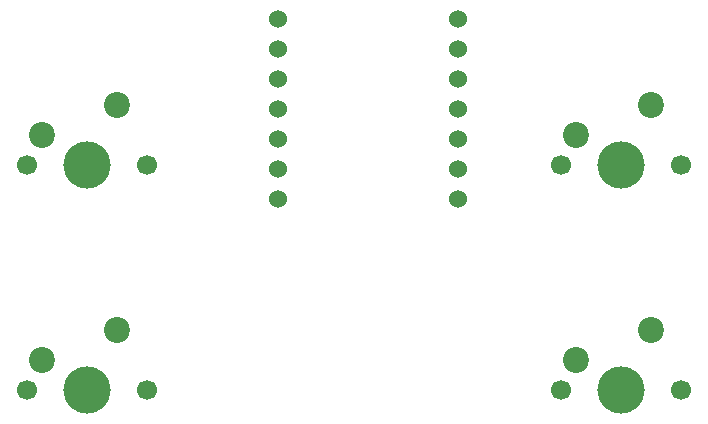
<source format=gbr>
%TF.GenerationSoftware,KiCad,Pcbnew,9.0.2*%
%TF.CreationDate,2025-05-18T21:43:27-07:00*%
%TF.ProjectId,proj,70726f6a-2e6b-4696-9361-645f70636258,rev?*%
%TF.SameCoordinates,Original*%
%TF.FileFunction,Soldermask,Bot*%
%TF.FilePolarity,Negative*%
%FSLAX46Y46*%
G04 Gerber Fmt 4.6, Leading zero omitted, Abs format (unit mm)*
G04 Created by KiCad (PCBNEW 9.0.2) date 2025-05-18 21:43:27*
%MOMM*%
%LPD*%
G01*
G04 APERTURE LIST*
%ADD10C,1.524000*%
%ADD11C,1.700000*%
%ADD12C,4.000000*%
%ADD13C,2.200000*%
G04 APERTURE END LIST*
D10*
%TO.C,U1*%
X193357500Y-68580000D03*
X193357500Y-71120000D03*
X193357500Y-73660000D03*
X193357500Y-76200000D03*
X193357500Y-78740000D03*
X193357500Y-81280000D03*
X193357500Y-83820000D03*
X178117500Y-83820000D03*
X178117500Y-81280000D03*
X178117500Y-78740000D03*
X178117500Y-76200000D03*
X178117500Y-73660000D03*
X178117500Y-71120000D03*
X178117500Y-68580000D03*
%TD*%
D11*
%TO.C,SW4*%
X202088750Y-80962500D03*
D12*
X207168750Y-80962500D03*
D11*
X212248750Y-80962500D03*
D13*
X209708750Y-75882500D03*
X203358750Y-78422500D03*
%TD*%
D11*
%TO.C,SW3*%
X202088750Y-100012500D03*
D12*
X207168750Y-100012500D03*
D11*
X212248750Y-100012500D03*
D13*
X209708750Y-94932500D03*
X203358750Y-97472500D03*
%TD*%
D11*
%TO.C,SW2*%
X156845000Y-100012500D03*
D12*
X161925000Y-100012500D03*
D11*
X167005000Y-100012500D03*
D13*
X164465000Y-94932500D03*
X158115000Y-97472500D03*
%TD*%
D11*
%TO.C,SW1*%
X156845000Y-80962500D03*
D12*
X161925000Y-80962500D03*
D11*
X167005000Y-80962500D03*
D13*
X164465000Y-75882500D03*
X158115000Y-78422500D03*
%TD*%
M02*

</source>
